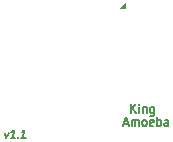
<source format=gto>
G04 #@! TF.GenerationSoftware,KiCad,Pcbnew,5.1.5*
G04 #@! TF.CreationDate,2020-05-28T17:34:41+02:00*
G04 #@! TF.ProjectId,amoeba-king,616d6f65-6261-42d6-9b69-6e672e6b6963,rev?*
G04 #@! TF.SameCoordinates,Original*
G04 #@! TF.FileFunction,Legend,Top*
G04 #@! TF.FilePolarity,Positive*
%FSLAX46Y46*%
G04 Gerber Fmt 4.6, Leading zero omitted, Abs format (unit mm)*
G04 Created by KiCad (PCBNEW 5.1.5) date 2020-05-28 17:34:41*
%MOMM*%
%LPD*%
G04 APERTURE LIST*
%ADD10C,0.158750*%
%ADD11C,0.100000*%
%ADD12C,0.150000*%
G04 APERTURE END LIST*
D10*
X67580923Y-176051028D02*
X67679197Y-176474361D01*
X67883304Y-176051028D01*
X68404911Y-176474361D02*
X68042054Y-176474361D01*
X68223483Y-176474361D02*
X68302858Y-175839361D01*
X68231042Y-175930076D01*
X68163007Y-175990552D01*
X68098751Y-176020790D01*
X68684614Y-176413885D02*
X68711072Y-176444123D01*
X68677054Y-176474361D01*
X68650596Y-176444123D01*
X68684614Y-176413885D01*
X68677054Y-176474361D01*
X69312054Y-176474361D02*
X68949197Y-176474361D01*
X69130626Y-176474361D02*
X69210001Y-175839361D01*
X69138185Y-175930076D01*
X69070150Y-175990552D01*
X69005894Y-176020790D01*
D11*
G36*
X77698600Y-165481000D02*
G01*
X77317600Y-165481000D01*
X77698600Y-165100000D01*
X77698600Y-165481000D01*
G37*
X77698600Y-165481000D02*
X77317600Y-165481000D01*
X77698600Y-165100000D01*
X77698600Y-165481000D01*
D12*
X77656766Y-175279033D02*
X77990100Y-175279033D01*
X77590100Y-175507604D02*
X77823433Y-174707604D01*
X78056766Y-175507604D01*
X78290100Y-175507604D02*
X78290100Y-174974271D01*
X78290100Y-175050461D02*
X78323433Y-175012366D01*
X78390100Y-174974271D01*
X78490100Y-174974271D01*
X78556766Y-175012366D01*
X78590100Y-175088557D01*
X78590100Y-175507604D01*
X78590100Y-175088557D02*
X78623433Y-175012366D01*
X78690100Y-174974271D01*
X78790100Y-174974271D01*
X78856766Y-175012366D01*
X78890100Y-175088557D01*
X78890100Y-175507604D01*
X79323433Y-175507604D02*
X79256766Y-175469509D01*
X79223433Y-175431414D01*
X79190100Y-175355223D01*
X79190100Y-175126652D01*
X79223433Y-175050461D01*
X79256766Y-175012366D01*
X79323433Y-174974271D01*
X79423433Y-174974271D01*
X79490100Y-175012366D01*
X79523433Y-175050461D01*
X79556766Y-175126652D01*
X79556766Y-175355223D01*
X79523433Y-175431414D01*
X79490100Y-175469509D01*
X79423433Y-175507604D01*
X79323433Y-175507604D01*
X80123433Y-175469509D02*
X80056766Y-175507604D01*
X79923433Y-175507604D01*
X79856766Y-175469509D01*
X79823433Y-175393319D01*
X79823433Y-175088557D01*
X79856766Y-175012366D01*
X79923433Y-174974271D01*
X80056766Y-174974271D01*
X80123433Y-175012366D01*
X80156766Y-175088557D01*
X80156766Y-175164747D01*
X79823433Y-175240938D01*
X80456766Y-175507604D02*
X80456766Y-174707604D01*
X80456766Y-175012366D02*
X80523433Y-174974271D01*
X80656766Y-174974271D01*
X80723433Y-175012366D01*
X80756766Y-175050461D01*
X80790100Y-175126652D01*
X80790100Y-175355223D01*
X80756766Y-175431414D01*
X80723433Y-175469509D01*
X80656766Y-175507604D01*
X80523433Y-175507604D01*
X80456766Y-175469509D01*
X81390100Y-175507604D02*
X81390100Y-175088557D01*
X81356766Y-175012366D01*
X81290100Y-174974271D01*
X81156766Y-174974271D01*
X81090100Y-175012366D01*
X81390100Y-175469509D02*
X81323433Y-175507604D01*
X81156766Y-175507604D01*
X81090100Y-175469509D01*
X81056766Y-175393319D01*
X81056766Y-175317128D01*
X81090100Y-175240938D01*
X81156766Y-175202842D01*
X81323433Y-175202842D01*
X81390100Y-175164747D01*
X78226566Y-174402704D02*
X78226566Y-173602704D01*
X78626566Y-174402704D02*
X78326566Y-173945561D01*
X78626566Y-173602704D02*
X78226566Y-174059847D01*
X78926566Y-174402704D02*
X78926566Y-173869371D01*
X78926566Y-173602704D02*
X78893233Y-173640800D01*
X78926566Y-173678895D01*
X78959900Y-173640800D01*
X78926566Y-173602704D01*
X78926566Y-173678895D01*
X79259900Y-173869371D02*
X79259900Y-174402704D01*
X79259900Y-173945561D02*
X79293233Y-173907466D01*
X79359900Y-173869371D01*
X79459900Y-173869371D01*
X79526566Y-173907466D01*
X79559900Y-173983657D01*
X79559900Y-174402704D01*
X80193233Y-173869371D02*
X80193233Y-174516990D01*
X80159900Y-174593180D01*
X80126566Y-174631276D01*
X80059900Y-174669371D01*
X79959900Y-174669371D01*
X79893233Y-174631276D01*
X80193233Y-174364609D02*
X80126566Y-174402704D01*
X79993233Y-174402704D01*
X79926566Y-174364609D01*
X79893233Y-174326514D01*
X79859900Y-174250323D01*
X79859900Y-174021752D01*
X79893233Y-173945561D01*
X79926566Y-173907466D01*
X79993233Y-173869371D01*
X80126566Y-173869371D01*
X80193233Y-173907466D01*
M02*

</source>
